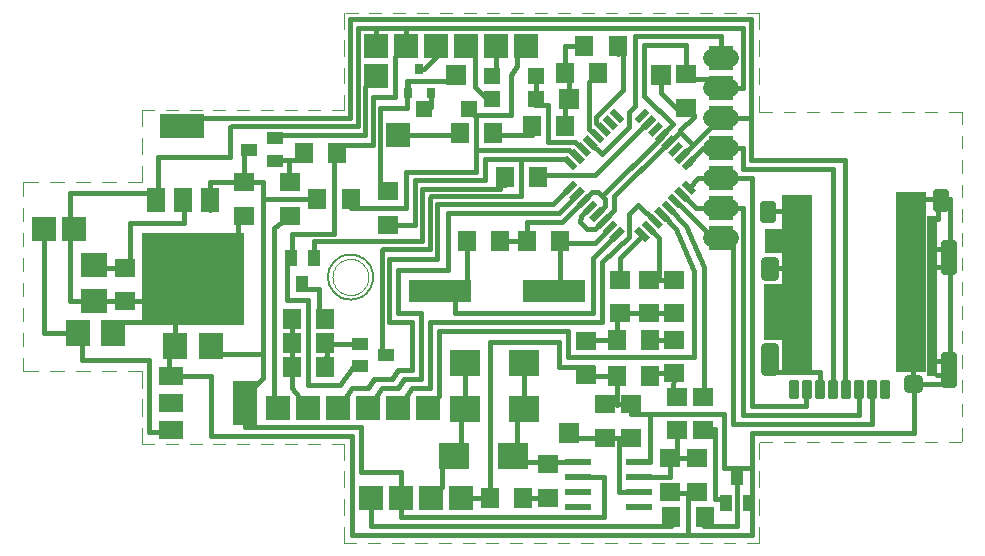
<source format=gtl>
G75*
G70*
%OFA0B0*%
%FSLAX24Y24*%
%IPPOS*%
%LPD*%
%AMOC8*
5,1,8,0,0,1.08239X$1,22.5*
%
%ADD10C,0.0000*%
%ADD11R,0.0800X0.0800*%
%ADD12R,0.3400X0.3100*%
%ADD13R,0.1000X0.6000*%
%ADD14R,0.0350X0.5350*%
%ADD15R,0.0800X0.1850*%
%ADD16R,0.0750X0.0800*%
%ADD17R,0.0700X0.0700*%
%ADD18R,0.0650X0.0700*%
%ADD19C,0.0070*%
%ADD20R,0.0500X0.0220*%
%ADD21R,0.0220X0.0500*%
%ADD22R,0.0790X0.0590*%
%ADD23R,0.0790X0.1500*%
%ADD24R,0.0590X0.0790*%
%ADD25R,0.1500X0.0790*%
%ADD26R,0.0866X0.0236*%
%ADD27R,0.2100X0.0760*%
%ADD28R,0.0551X0.0394*%
%ADD29R,0.0394X0.0551*%
%ADD30R,0.0310X0.0350*%
%ADD31R,0.0551X0.0551*%
%ADD32R,0.0630X0.0710*%
%ADD33R,0.0710X0.0630*%
%ADD34R,0.0709X0.0630*%
%ADD35R,0.0630X0.0709*%
%ADD36R,0.1024X0.0866*%
%ADD37C,0.0600*%
%ADD38OC8,0.0600*%
%ADD39R,0.0787X0.0866*%
%ADD40R,0.0866X0.0787*%
%ADD41C,0.0157*%
%ADD42C,0.0305*%
%ADD43C,0.0276*%
%ADD44C,0.0160*%
%ADD45C,0.0100*%
%ADD46R,0.0356X0.0356*%
%ADD47C,0.0240*%
D10*
X004050Y005187D02*
X004050Y005729D01*
X004050Y006122D02*
X004050Y006664D01*
X004050Y007058D02*
X004050Y007599D01*
X003575Y007599D01*
X003181Y007599D02*
X002706Y007599D01*
X002312Y007599D02*
X001837Y007599D01*
X001444Y007599D02*
X000969Y007599D01*
X000575Y007599D02*
X000100Y007599D01*
X000100Y008042D01*
X000100Y008436D02*
X000100Y008879D01*
X000100Y009273D02*
X000100Y009715D01*
X000100Y010109D02*
X000100Y010552D01*
X000100Y010946D02*
X000100Y011389D01*
X000100Y011782D02*
X000100Y012225D01*
X000100Y012619D02*
X000100Y013062D01*
X000100Y013456D02*
X000100Y013899D01*
X000575Y013899D01*
X000969Y013899D02*
X001444Y013899D01*
X001837Y013899D02*
X002312Y013899D01*
X002706Y013899D02*
X003181Y013899D01*
X003575Y013899D02*
X004050Y013899D01*
X004050Y014440D01*
X004050Y014834D02*
X004050Y015375D01*
X004050Y015769D02*
X004050Y016311D01*
X004449Y016311D01*
X004843Y016311D02*
X005242Y016311D01*
X005636Y016311D02*
X006035Y016311D01*
X006428Y016311D02*
X006828Y016311D01*
X007221Y016311D02*
X007621Y016311D01*
X008014Y016311D02*
X008414Y016311D01*
X008807Y016311D02*
X009207Y016311D01*
X009600Y016311D02*
X010000Y016311D01*
X010393Y016311D02*
X010793Y016311D01*
X010793Y016822D01*
X010793Y017216D02*
X010793Y017727D01*
X010793Y018121D02*
X010793Y018632D01*
X010793Y019026D02*
X010793Y019537D01*
X010843Y019560D02*
X011236Y019560D01*
X011630Y019560D02*
X012024Y019560D01*
X012417Y019560D02*
X012811Y019560D01*
X013205Y019560D02*
X013598Y019560D01*
X013992Y019560D02*
X014386Y019560D01*
X014780Y019560D02*
X015173Y019560D01*
X015567Y019560D02*
X015961Y019560D01*
X016354Y019560D02*
X016748Y019560D01*
X017142Y019560D02*
X017535Y019560D01*
X017929Y019560D02*
X018323Y019560D01*
X018717Y019560D02*
X019110Y019560D01*
X019504Y019560D02*
X019898Y019560D01*
X020291Y019560D02*
X020685Y019560D01*
X021079Y019560D02*
X021472Y019560D01*
X021866Y019560D02*
X022260Y019560D01*
X022654Y019560D02*
X023047Y019560D01*
X023441Y019560D02*
X023835Y019560D01*
X024228Y019560D02*
X024622Y019560D01*
X024622Y019025D01*
X024622Y018631D02*
X024622Y018096D01*
X024622Y017702D02*
X024622Y017167D01*
X024622Y016773D02*
X024622Y016238D01*
X024650Y016261D02*
X025043Y016261D01*
X025437Y016261D02*
X025831Y016261D01*
X026224Y016261D02*
X026618Y016261D01*
X027012Y016261D02*
X027406Y016261D01*
X027799Y016261D02*
X028193Y016261D01*
X028587Y016261D02*
X028980Y016261D01*
X029374Y016261D02*
X029768Y016261D01*
X030161Y016261D02*
X030555Y016261D01*
X030949Y016261D02*
X031343Y016261D01*
X031372Y016260D02*
X031372Y015842D01*
X031372Y015448D02*
X031372Y015030D01*
X031372Y014637D02*
X031372Y014218D01*
X031372Y013825D02*
X031372Y013406D01*
X031372Y013013D02*
X031372Y012595D01*
X031372Y012201D02*
X031372Y011783D01*
X031372Y011389D02*
X031372Y010971D01*
X031372Y010577D02*
X031372Y010159D01*
X031372Y009765D02*
X031372Y009347D01*
X031372Y008953D02*
X031372Y008535D01*
X031372Y008141D02*
X031372Y007723D01*
X031372Y007329D02*
X031372Y006911D01*
X031372Y006518D02*
X031372Y006099D01*
X031372Y005706D02*
X031372Y005288D01*
X031343Y005261D02*
X030949Y005261D01*
X030555Y005261D02*
X030161Y005261D01*
X029768Y005261D02*
X029374Y005261D01*
X028980Y005261D02*
X028587Y005261D01*
X028193Y005261D02*
X027799Y005261D01*
X027406Y005261D02*
X027012Y005261D01*
X026618Y005261D02*
X026224Y005261D01*
X025831Y005261D02*
X025437Y005261D01*
X025043Y005261D02*
X024650Y005261D01*
X024622Y005210D02*
X024622Y004675D01*
X024622Y004281D02*
X024622Y003746D01*
X024622Y003352D02*
X024622Y002817D01*
X024622Y002423D02*
X024622Y001888D01*
X024226Y001888D01*
X023832Y001888D02*
X023435Y001888D01*
X023042Y001888D02*
X022645Y001888D01*
X022252Y001888D02*
X021855Y001888D01*
X021461Y001888D02*
X021065Y001888D01*
X020671Y001888D02*
X020275Y001888D01*
X019881Y001888D02*
X019484Y001888D01*
X019091Y001888D02*
X018694Y001888D01*
X018301Y001888D02*
X017904Y001888D01*
X017510Y001888D02*
X017114Y001888D01*
X016720Y001888D02*
X016324Y001888D01*
X015930Y001888D02*
X015534Y001888D01*
X015140Y001888D02*
X014743Y001888D01*
X014350Y001888D02*
X013953Y001888D01*
X013560Y001888D02*
X013163Y001888D01*
X012769Y001888D02*
X012373Y001888D01*
X011979Y001888D02*
X011583Y001888D01*
X011189Y001888D02*
X010793Y001888D01*
X010793Y002417D01*
X010793Y002811D02*
X010793Y003340D01*
X010793Y003734D02*
X010793Y004264D01*
X010793Y004657D02*
X010793Y005187D01*
X010393Y005187D01*
X010000Y005187D02*
X009600Y005187D01*
X009207Y005187D02*
X008807Y005187D01*
X008414Y005187D02*
X008014Y005187D01*
X007621Y005187D02*
X007221Y005187D01*
X006828Y005187D02*
X006428Y005187D01*
X006035Y005187D02*
X005636Y005187D01*
X005242Y005187D02*
X004843Y005187D01*
X004449Y005187D02*
X004050Y005187D01*
X004750Y010745D02*
X004752Y010815D01*
X004758Y010885D01*
X004768Y010954D01*
X004781Y011023D01*
X004799Y011091D01*
X004820Y011158D01*
X004845Y011223D01*
X004874Y011287D01*
X004906Y011350D01*
X004942Y011410D01*
X004981Y011468D01*
X005023Y011524D01*
X005068Y011578D01*
X005116Y011629D01*
X005167Y011677D01*
X005221Y011722D01*
X005277Y011764D01*
X005335Y011803D01*
X005395Y011839D01*
X005458Y011871D01*
X005522Y011900D01*
X005587Y011925D01*
X005654Y011946D01*
X005722Y011964D01*
X005791Y011977D01*
X005860Y011987D01*
X005930Y011993D01*
X006000Y011995D01*
X006070Y011993D01*
X006140Y011987D01*
X006209Y011977D01*
X006278Y011964D01*
X006346Y011946D01*
X006413Y011925D01*
X006478Y011900D01*
X006542Y011871D01*
X006605Y011839D01*
X006665Y011803D01*
X006723Y011764D01*
X006779Y011722D01*
X006833Y011677D01*
X006884Y011629D01*
X006932Y011578D01*
X006977Y011524D01*
X007019Y011468D01*
X007058Y011410D01*
X007094Y011350D01*
X007126Y011287D01*
X007155Y011223D01*
X007180Y011158D01*
X007201Y011091D01*
X007219Y011023D01*
X007232Y010954D01*
X007242Y010885D01*
X007248Y010815D01*
X007250Y010745D01*
X007248Y010675D01*
X007242Y010605D01*
X007232Y010536D01*
X007219Y010467D01*
X007201Y010399D01*
X007180Y010332D01*
X007155Y010267D01*
X007126Y010203D01*
X007094Y010140D01*
X007058Y010080D01*
X007019Y010022D01*
X006977Y009966D01*
X006932Y009912D01*
X006884Y009861D01*
X006833Y009813D01*
X006779Y009768D01*
X006723Y009726D01*
X006665Y009687D01*
X006605Y009651D01*
X006542Y009619D01*
X006478Y009590D01*
X006413Y009565D01*
X006346Y009544D01*
X006278Y009526D01*
X006209Y009513D01*
X006140Y009503D01*
X006070Y009497D01*
X006000Y009495D01*
X005930Y009497D01*
X005860Y009503D01*
X005791Y009513D01*
X005722Y009526D01*
X005654Y009544D01*
X005587Y009565D01*
X005522Y009590D01*
X005458Y009619D01*
X005395Y009651D01*
X005335Y009687D01*
X005277Y009726D01*
X005221Y009768D01*
X005167Y009813D01*
X005116Y009861D01*
X005068Y009912D01*
X005023Y009966D01*
X004981Y010022D01*
X004942Y010080D01*
X004906Y010140D01*
X004874Y010203D01*
X004845Y010267D01*
X004820Y010332D01*
X004799Y010399D01*
X004781Y010467D01*
X004768Y010536D01*
X004758Y010605D01*
X004752Y010675D01*
X004750Y010745D01*
X010400Y010745D02*
X010402Y010794D01*
X010408Y010842D01*
X010418Y010890D01*
X010432Y010937D01*
X010449Y010983D01*
X010470Y011027D01*
X010495Y011069D01*
X010523Y011109D01*
X010555Y011147D01*
X010589Y011182D01*
X010626Y011214D01*
X010665Y011243D01*
X010707Y011269D01*
X010751Y011291D01*
X010796Y011309D01*
X010843Y011324D01*
X010890Y011335D01*
X010939Y011342D01*
X010988Y011345D01*
X011037Y011344D01*
X011085Y011339D01*
X011134Y011330D01*
X011181Y011317D01*
X011227Y011300D01*
X011271Y011280D01*
X011314Y011256D01*
X011355Y011229D01*
X011393Y011198D01*
X011429Y011165D01*
X011461Y011129D01*
X011491Y011090D01*
X011518Y011049D01*
X011541Y011005D01*
X011560Y010960D01*
X011576Y010914D01*
X011588Y010867D01*
X011596Y010818D01*
X011600Y010769D01*
X011600Y010721D01*
X011596Y010672D01*
X011588Y010623D01*
X011576Y010576D01*
X011560Y010530D01*
X011541Y010485D01*
X011518Y010441D01*
X011491Y010400D01*
X011461Y010361D01*
X011429Y010325D01*
X011393Y010292D01*
X011355Y010261D01*
X011314Y010234D01*
X011271Y010210D01*
X011227Y010190D01*
X011181Y010173D01*
X011134Y010160D01*
X011085Y010151D01*
X011037Y010146D01*
X010988Y010145D01*
X010939Y010148D01*
X010890Y010155D01*
X010843Y010166D01*
X010796Y010181D01*
X010751Y010199D01*
X010707Y010221D01*
X010665Y010247D01*
X010626Y010276D01*
X010589Y010308D01*
X010555Y010343D01*
X010523Y010381D01*
X010495Y010421D01*
X010470Y010463D01*
X010449Y010507D01*
X010432Y010553D01*
X010418Y010600D01*
X010408Y010648D01*
X010402Y010696D01*
X010400Y010745D01*
D11*
X010600Y006395D03*
X009600Y006395D03*
X008600Y006395D03*
X011600Y006395D03*
X012600Y006395D03*
X013600Y006395D03*
X013700Y003395D03*
X012700Y003395D03*
X011700Y003395D03*
X014700Y003395D03*
X023350Y012045D03*
X023350Y013045D03*
X023350Y014045D03*
X023350Y015045D03*
X023350Y016045D03*
X023350Y017045D03*
X023350Y018045D03*
X016850Y018445D03*
X015850Y018445D03*
X014850Y018445D03*
X013850Y018445D03*
X012850Y018445D03*
X011850Y018445D03*
X011850Y017445D03*
X012600Y015495D03*
X001800Y012345D03*
X000800Y012345D03*
D12*
X005750Y010695D03*
D13*
X025900Y010495D03*
X029700Y010595D03*
D14*
X030375Y010120D03*
X025575Y010220D03*
D15*
X025200Y009570D03*
D16*
X025175Y011945D03*
D17*
X018300Y016695D03*
X021350Y017495D03*
X018300Y005545D03*
D18*
X014525Y017495D03*
D19*
X010250Y010745D02*
X010252Y010799D01*
X010258Y010853D01*
X010268Y010906D01*
X010281Y010959D01*
X010298Y011010D01*
X010319Y011060D01*
X010344Y011108D01*
X010372Y011155D01*
X010403Y011199D01*
X010437Y011241D01*
X010474Y011280D01*
X010514Y011317D01*
X010557Y011350D01*
X010602Y011381D01*
X010649Y011408D01*
X010697Y011431D01*
X010748Y011451D01*
X010799Y011468D01*
X010852Y011480D01*
X010905Y011489D01*
X010959Y011494D01*
X011014Y011495D01*
X011068Y011492D01*
X011121Y011485D01*
X011174Y011474D01*
X011227Y011460D01*
X011278Y011442D01*
X011327Y011420D01*
X011375Y011395D01*
X011421Y011366D01*
X011465Y011334D01*
X011506Y011299D01*
X011544Y011261D01*
X011580Y011220D01*
X011613Y011177D01*
X011643Y011132D01*
X011669Y011084D01*
X011692Y011035D01*
X011711Y010984D01*
X011726Y010933D01*
X011738Y010880D01*
X011746Y010826D01*
X011750Y010772D01*
X011750Y010718D01*
X011746Y010664D01*
X011738Y010610D01*
X011726Y010557D01*
X011711Y010506D01*
X011692Y010455D01*
X011669Y010406D01*
X011643Y010358D01*
X011613Y010313D01*
X011580Y010270D01*
X011544Y010229D01*
X011506Y010191D01*
X011465Y010156D01*
X011421Y010124D01*
X011375Y010095D01*
X011327Y010070D01*
X011278Y010048D01*
X011227Y010030D01*
X011174Y010016D01*
X011121Y010005D01*
X011068Y009998D01*
X011014Y009995D01*
X010959Y009996D01*
X010905Y010001D01*
X010852Y010010D01*
X010799Y010022D01*
X010748Y010039D01*
X010697Y010059D01*
X010649Y010082D01*
X010602Y010109D01*
X010557Y010140D01*
X010514Y010173D01*
X010474Y010210D01*
X010437Y010249D01*
X010403Y010291D01*
X010372Y010335D01*
X010344Y010382D01*
X010319Y010430D01*
X010298Y010480D01*
X010281Y010531D01*
X010268Y010584D01*
X010258Y010637D01*
X010252Y010691D01*
X010250Y010745D01*
D20*
G36*
X018580Y013827D02*
X018228Y013475D01*
X018072Y013631D01*
X018424Y013983D01*
X018580Y013827D01*
G37*
G36*
X018802Y013604D02*
X018450Y013252D01*
X018294Y013408D01*
X018646Y013760D01*
X018802Y013604D01*
G37*
G36*
X019025Y013382D02*
X018673Y013030D01*
X018517Y013186D01*
X018869Y013538D01*
X019025Y013382D01*
G37*
G36*
X019248Y013159D02*
X018896Y012807D01*
X018740Y012963D01*
X019092Y013315D01*
X019248Y013159D01*
G37*
G36*
X019470Y012936D02*
X019118Y012584D01*
X018962Y012740D01*
X019314Y013092D01*
X019470Y012936D01*
G37*
G36*
X019693Y012714D02*
X019341Y012362D01*
X019185Y012518D01*
X019537Y012870D01*
X019693Y012714D01*
G37*
G36*
X019916Y012491D02*
X019564Y012139D01*
X019408Y012295D01*
X019760Y012647D01*
X019916Y012491D01*
G37*
G36*
X020138Y012268D02*
X019786Y011916D01*
X019630Y012072D01*
X019982Y012424D01*
X020138Y012268D01*
G37*
G36*
X022528Y014658D02*
X022176Y014306D01*
X022020Y014462D01*
X022372Y014814D01*
X022528Y014658D01*
G37*
G36*
X022306Y014881D02*
X021954Y014529D01*
X021798Y014685D01*
X022150Y015037D01*
X022306Y014881D01*
G37*
G36*
X022083Y015104D02*
X021731Y014752D01*
X021575Y014908D01*
X021927Y015260D01*
X022083Y015104D01*
G37*
G36*
X021860Y015326D02*
X021508Y014974D01*
X021352Y015130D01*
X021704Y015482D01*
X021860Y015326D01*
G37*
G36*
X021638Y015549D02*
X021286Y015197D01*
X021130Y015353D01*
X021482Y015705D01*
X021638Y015549D01*
G37*
G36*
X021415Y015772D02*
X021063Y015420D01*
X020907Y015576D01*
X021259Y015928D01*
X021415Y015772D01*
G37*
G36*
X021192Y015994D02*
X020840Y015642D01*
X020684Y015798D01*
X021036Y016150D01*
X021192Y015994D01*
G37*
G36*
X020970Y016217D02*
X020618Y015865D01*
X020462Y016021D01*
X020814Y016373D01*
X020970Y016217D01*
G37*
D21*
G36*
X020138Y016021D02*
X019982Y015865D01*
X019630Y016217D01*
X019786Y016373D01*
X020138Y016021D01*
G37*
G36*
X019916Y015798D02*
X019760Y015642D01*
X019408Y015994D01*
X019564Y016150D01*
X019916Y015798D01*
G37*
G36*
X019693Y015576D02*
X019537Y015420D01*
X019185Y015772D01*
X019341Y015928D01*
X019693Y015576D01*
G37*
G36*
X019470Y015353D02*
X019314Y015197D01*
X018962Y015549D01*
X019118Y015705D01*
X019470Y015353D01*
G37*
G36*
X019248Y015130D02*
X019092Y014974D01*
X018740Y015326D01*
X018896Y015482D01*
X019248Y015130D01*
G37*
G36*
X019025Y014908D02*
X018869Y014752D01*
X018517Y015104D01*
X018673Y015260D01*
X019025Y014908D01*
G37*
G36*
X018802Y014685D02*
X018646Y014529D01*
X018294Y014881D01*
X018450Y015037D01*
X018802Y014685D01*
G37*
G36*
X018580Y014462D02*
X018424Y014306D01*
X018072Y014658D01*
X018228Y014814D01*
X018580Y014462D01*
G37*
G36*
X021415Y012518D02*
X021259Y012362D01*
X020907Y012714D01*
X021063Y012870D01*
X021415Y012518D01*
G37*
G36*
X021638Y012740D02*
X021482Y012584D01*
X021130Y012936D01*
X021286Y013092D01*
X021638Y012740D01*
G37*
G36*
X021860Y012963D02*
X021704Y012807D01*
X021352Y013159D01*
X021508Y013315D01*
X021860Y012963D01*
G37*
G36*
X022083Y013186D02*
X021927Y013030D01*
X021575Y013382D01*
X021731Y013538D01*
X022083Y013186D01*
G37*
G36*
X022306Y013408D02*
X022150Y013252D01*
X021798Y013604D01*
X021954Y013760D01*
X022306Y013408D01*
G37*
G36*
X022528Y013631D02*
X022372Y013475D01*
X022020Y013827D01*
X022176Y013983D01*
X022528Y013631D01*
G37*
G36*
X021192Y012295D02*
X021036Y012139D01*
X020684Y012491D01*
X020840Y012647D01*
X021192Y012295D01*
G37*
G36*
X020970Y012072D02*
X020814Y011916D01*
X020462Y012268D01*
X020618Y012424D01*
X020970Y012072D01*
G37*
D22*
X005010Y007435D03*
X005010Y006535D03*
X005010Y005635D03*
D23*
X007490Y006545D03*
D24*
X006310Y013305D03*
X005410Y013305D03*
X004510Y013305D03*
D25*
X005400Y015785D03*
D26*
X018576Y004595D03*
X018576Y004095D03*
X018576Y003595D03*
X018576Y003095D03*
X020624Y003095D03*
X020624Y003595D03*
X020624Y004095D03*
X020624Y004595D03*
D27*
X017800Y010295D03*
X014000Y010295D03*
D28*
X011317Y008519D03*
X012183Y008145D03*
X011317Y007771D03*
X008483Y014621D03*
X007617Y014995D03*
X008483Y015369D03*
D29*
X009026Y011378D03*
X009774Y011378D03*
X009400Y010512D03*
X023526Y003212D03*
X024274Y003212D03*
X023900Y004078D03*
D30*
X013670Y016895D03*
X012910Y016895D03*
X013290Y017695D03*
D31*
X013452Y016345D03*
X014948Y016345D03*
X015702Y016695D03*
X015702Y017445D03*
X017198Y017445D03*
X017198Y016695D03*
D32*
X017040Y015795D03*
X018160Y015795D03*
X018140Y017545D03*
X019260Y017545D03*
X018790Y018445D03*
X019910Y018445D03*
X017260Y014095D03*
X016140Y014095D03*
X011010Y013345D03*
X009890Y013345D03*
X009440Y014895D03*
X010560Y014895D03*
X010160Y009345D03*
X010160Y008545D03*
X009040Y008545D03*
X009040Y009345D03*
X015640Y003395D03*
X016760Y003395D03*
X021690Y002745D03*
X022810Y002745D03*
D33*
X022550Y003585D03*
X022550Y004704D03*
X022750Y005635D03*
X021900Y005635D03*
X020350Y005385D03*
X020350Y006504D03*
X021900Y006754D03*
X021800Y007535D03*
X022750Y006754D03*
X021800Y008654D03*
X021800Y009535D03*
X020950Y009535D03*
X020000Y009535D03*
X020000Y010654D03*
X020950Y010654D03*
X021800Y010654D03*
X012250Y012485D03*
X012250Y013604D03*
X009000Y013904D03*
X009000Y012785D03*
D34*
X007450Y012793D03*
X007450Y013896D03*
X003500Y011046D03*
X003500Y009943D03*
X017600Y004496D03*
X017600Y003393D03*
X019500Y005393D03*
X019500Y006496D03*
X018850Y007493D03*
X018850Y008596D03*
X021650Y004696D03*
X021650Y003593D03*
X022200Y016393D03*
X022200Y017496D03*
D35*
X015751Y015545D03*
X014649Y015545D03*
X014899Y011945D03*
X016001Y011945D03*
X016899Y011945D03*
X018001Y011945D03*
X019899Y008645D03*
X021001Y008645D03*
X021001Y007445D03*
X019899Y007445D03*
X010151Y007745D03*
X009049Y007745D03*
D36*
X014466Y004795D03*
X014816Y006345D03*
X016784Y006345D03*
X016784Y007895D03*
X014816Y007895D03*
X016434Y004795D03*
D37*
X023050Y012045D02*
X023650Y012045D01*
X023650Y013045D02*
X023050Y013045D01*
X023050Y014045D02*
X023650Y014045D01*
X023650Y015045D02*
X023050Y015045D01*
X023050Y016045D02*
X023650Y016045D01*
X023650Y017045D02*
X023050Y017045D01*
X023050Y018045D02*
X023650Y018045D01*
D38*
X016850Y018445D03*
X015850Y018445D03*
X014850Y018445D03*
X013850Y018445D03*
X012850Y018445D03*
X011850Y018445D03*
X011850Y017445D03*
X012600Y015495D03*
X001800Y012345D03*
X000800Y012345D03*
X008600Y006395D03*
X009600Y006395D03*
X010600Y006395D03*
X011600Y006395D03*
X012600Y006395D03*
X013600Y006395D03*
X013700Y003395D03*
X012700Y003395D03*
X011700Y003395D03*
X014700Y003395D03*
D39*
X006341Y008445D03*
X005159Y008445D03*
X003091Y008895D03*
X001909Y008895D03*
D40*
X002450Y009954D03*
X002450Y011135D03*
D41*
X025689Y007253D02*
X025847Y007253D01*
X025847Y006779D01*
X025689Y006779D01*
X025689Y007253D01*
X025689Y006935D02*
X025847Y006935D01*
X025847Y007091D02*
X025689Y007091D01*
X025689Y007247D02*
X025847Y007247D01*
X026122Y007253D02*
X026280Y007253D01*
X026280Y006779D01*
X026122Y006779D01*
X026122Y007253D01*
X026122Y006935D02*
X026280Y006935D01*
X026280Y007091D02*
X026122Y007091D01*
X026122Y007247D02*
X026280Y007247D01*
X026555Y007253D02*
X026713Y007253D01*
X026713Y006779D01*
X026555Y006779D01*
X026555Y007253D01*
X026555Y006935D02*
X026713Y006935D01*
X026713Y007091D02*
X026555Y007091D01*
X026555Y007247D02*
X026713Y007247D01*
X026988Y007253D02*
X027146Y007253D01*
X027146Y006779D01*
X026988Y006779D01*
X026988Y007253D01*
X026988Y006935D02*
X027146Y006935D01*
X027146Y007091D02*
X026988Y007091D01*
X026988Y007247D02*
X027146Y007247D01*
X027421Y007253D02*
X027579Y007253D01*
X027579Y006779D01*
X027421Y006779D01*
X027421Y007253D01*
X027421Y006935D02*
X027579Y006935D01*
X027579Y007091D02*
X027421Y007091D01*
X027421Y007247D02*
X027579Y007247D01*
X027854Y007253D02*
X028012Y007253D01*
X028012Y006779D01*
X027854Y006779D01*
X027854Y007253D01*
X027854Y006935D02*
X028012Y006935D01*
X028012Y007091D02*
X027854Y007091D01*
X027854Y007247D02*
X028012Y007247D01*
X028287Y007253D02*
X028445Y007253D01*
X028445Y006779D01*
X028287Y006779D01*
X028287Y007253D01*
X028287Y006935D02*
X028445Y006935D01*
X028445Y007091D02*
X028287Y007091D01*
X028287Y007247D02*
X028445Y007247D01*
X028720Y006779D02*
X028878Y006779D01*
X028720Y006779D02*
X028720Y007253D01*
X028878Y007253D01*
X028878Y006779D01*
X028878Y006935D02*
X028720Y006935D01*
X028720Y007091D02*
X028878Y007091D01*
X028878Y007247D02*
X028720Y007247D01*
D42*
X029581Y007356D02*
X029907Y007356D01*
X029907Y007050D01*
X029581Y007050D01*
X029581Y007356D01*
X029581Y007354D02*
X029907Y007354D01*
X025108Y008399D02*
X024802Y008399D01*
X025108Y008399D02*
X025108Y007601D01*
X024802Y007601D01*
X024802Y008399D01*
X024802Y007905D02*
X025108Y007905D01*
X025108Y008209D02*
X024802Y008209D01*
X024802Y011293D02*
X025108Y011293D01*
X025108Y010771D01*
X024802Y010771D01*
X024802Y011293D01*
X024802Y011075D02*
X025108Y011075D01*
D43*
X025062Y013138D02*
X024788Y013138D01*
X025062Y013138D02*
X025062Y012666D01*
X024788Y012666D01*
X024788Y013138D01*
X024788Y012941D02*
X025062Y012941D01*
X030536Y013532D02*
X030810Y013532D01*
X030810Y013060D01*
X030536Y013060D01*
X030536Y013532D01*
X030536Y013335D02*
X030810Y013335D01*
X030812Y011858D02*
X031086Y011858D01*
X031086Y010954D01*
X030812Y010954D01*
X030812Y011858D01*
X030812Y011229D02*
X031086Y011229D01*
X031086Y011504D02*
X030812Y011504D01*
X030812Y011779D02*
X031086Y011779D01*
X031086Y008098D02*
X030812Y008098D01*
X031086Y008098D02*
X031086Y007194D01*
X030812Y007194D01*
X030812Y008098D01*
X030812Y007469D02*
X031086Y007469D01*
X031086Y007744D02*
X030812Y007744D01*
X030812Y008019D02*
X031086Y008019D01*
D44*
X030850Y007945D02*
X030600Y007945D01*
X030550Y007495D02*
X030850Y007495D01*
X031000Y007195D02*
X031000Y013345D01*
X030100Y013345D01*
X030600Y012995D02*
X030600Y012695D01*
X030550Y011695D02*
X030850Y011695D01*
X030750Y011095D02*
X030600Y011095D01*
X027100Y014045D02*
X027100Y014345D01*
X024100Y014345D01*
X024100Y015045D01*
X023350Y015045D01*
X022750Y015045D01*
X022274Y014569D01*
X022052Y014783D02*
X023314Y016045D01*
X023350Y016045D02*
X024350Y016045D01*
X024350Y014645D01*
X027500Y014645D01*
X027500Y007045D01*
X027100Y006995D02*
X027100Y014045D01*
X025650Y012945D02*
X025650Y012895D01*
X025650Y012945D02*
X025150Y012945D01*
X024100Y013045D02*
X024100Y006145D01*
X027933Y006145D01*
X027950Y006145D02*
X027950Y006995D01*
X028400Y006945D02*
X028400Y005845D01*
X028366Y005845D02*
X023750Y005845D01*
X023750Y011045D01*
X023750Y012045D01*
X023350Y012045D01*
X023100Y012045D01*
X021850Y013295D01*
X022052Y013506D02*
X022514Y013045D01*
X023350Y013045D01*
X024000Y013045D01*
X024100Y013045D01*
X024400Y014045D02*
X023350Y014045D01*
X022590Y014045D01*
X022274Y013729D01*
X021606Y013061D02*
X021606Y013038D01*
X022200Y012445D01*
X022800Y011095D01*
X022800Y006695D01*
X022750Y006754D01*
X021900Y006754D02*
X021750Y006904D01*
X021800Y007535D01*
X021051Y007535D01*
X021001Y007445D01*
X019900Y007443D02*
X019899Y007445D01*
X018800Y007445D01*
X018850Y007493D01*
X019100Y007745D01*
X017950Y007745D01*
X017950Y008595D01*
X015650Y008595D01*
X015650Y003395D01*
X015640Y003395D01*
X014700Y003395D01*
X014050Y003745D02*
X013700Y003395D01*
X014050Y003745D02*
X014050Y004795D01*
X014600Y004795D01*
X014466Y004795D01*
X014700Y005029D01*
X014700Y006245D01*
X014800Y006345D01*
X014816Y006345D01*
X014816Y007895D01*
X013650Y007045D02*
X013050Y007045D01*
X012600Y006395D01*
X012600Y007045D02*
X012050Y007045D01*
X011600Y006395D01*
X011600Y007045D02*
X011050Y007045D01*
X010600Y006395D01*
X010650Y007145D02*
X009600Y007145D01*
X009600Y009995D01*
X008900Y009995D01*
X008900Y011352D01*
X009026Y011378D01*
X009050Y011402D01*
X009050Y012195D01*
X010450Y012195D01*
X010450Y014195D01*
X010460Y014995D01*
X010560Y014895D01*
X010600Y015104D01*
X010800Y015145D01*
X011750Y015145D01*
X011750Y016745D01*
X012500Y016745D01*
X012500Y018095D01*
X012850Y018445D01*
X012850Y019045D01*
X011850Y019045D01*
X011850Y018445D01*
X011850Y019045D02*
X011250Y019045D01*
X011250Y015795D01*
X007050Y015795D01*
X007000Y015745D01*
X007000Y014895D01*
X007000Y014745D01*
X004600Y014745D01*
X004600Y013545D01*
X004510Y013305D01*
X004600Y013545D02*
X001650Y013545D01*
X001650Y012345D01*
X001800Y012345D01*
X001650Y012345D02*
X001650Y009954D01*
X002450Y009954D01*
X003409Y009954D01*
X003450Y010045D01*
X003500Y009943D01*
X004349Y009943D01*
X004350Y009595D01*
X004350Y009245D01*
X004350Y009235D01*
X005159Y009235D01*
X005159Y008445D01*
X005159Y008495D01*
X004950Y008495D01*
X004950Y007435D01*
X005010Y007435D01*
X006350Y007445D01*
X006350Y005445D01*
X011050Y005445D01*
X011050Y002145D01*
X022250Y002145D01*
X022250Y003595D01*
X022540Y003595D01*
X022550Y003585D01*
X022500Y003585D01*
X022500Y003545D01*
X021650Y003545D01*
X021650Y003593D01*
X021650Y004095D02*
X021650Y004696D01*
X021750Y004696D01*
X021750Y004845D01*
X021900Y004845D01*
X021900Y004795D01*
X021900Y005635D01*
X022750Y005635D02*
X022750Y005695D01*
X023150Y005695D01*
X023150Y003345D01*
X023500Y003345D01*
X023500Y003212D01*
X023550Y003212D01*
X023526Y003212D01*
X022810Y002745D02*
X022800Y002645D01*
X022800Y002445D01*
X023900Y002445D01*
X023900Y004078D01*
X023450Y004395D02*
X024400Y004395D01*
X024400Y003045D01*
X024324Y003045D01*
X024274Y003212D01*
X024400Y003045D02*
X024400Y002145D01*
X022250Y002145D01*
X021690Y002445D02*
X021690Y002745D01*
X021690Y002445D02*
X011750Y002445D01*
X011700Y002445D01*
X011700Y003395D01*
X012700Y003395D02*
X012700Y002745D01*
X019450Y002745D01*
X019450Y004095D01*
X018576Y004095D01*
X018576Y004595D02*
X017250Y004595D01*
X017600Y004496D01*
X017250Y004595D02*
X016650Y004595D01*
X016550Y004695D01*
X016550Y006345D01*
X016784Y006345D01*
X016784Y007895D01*
X016934Y007895D01*
X018250Y008095D02*
X018250Y008945D01*
X013950Y008945D01*
X013950Y006795D01*
X013600Y006395D01*
X013650Y007045D02*
X013650Y009245D01*
X019400Y009245D01*
X019400Y011245D01*
X020300Y012095D01*
X020300Y012845D01*
X020600Y013145D01*
X021161Y012616D01*
X021384Y012838D02*
X021850Y012345D01*
X022450Y010945D01*
X022450Y008095D01*
X018250Y008095D01*
X018850Y008596D02*
X019050Y008645D01*
X019899Y008645D01*
X019899Y009735D01*
X020000Y009535D01*
X020950Y009535D01*
X021800Y009535D01*
X021800Y008654D02*
X021051Y008654D01*
X021001Y008645D01*
X019900Y007443D02*
X019900Y006495D01*
X019899Y006496D01*
X019500Y006496D01*
X020341Y006496D01*
X020350Y006504D01*
X020350Y006195D01*
X021000Y006195D01*
X021000Y004595D01*
X020624Y004595D01*
X020624Y004095D02*
X021650Y004095D01*
X021650Y004696D02*
X022550Y004696D01*
X022550Y004704D01*
X023450Y004395D02*
X023450Y006195D01*
X021000Y006195D01*
X020350Y005393D02*
X020350Y005385D01*
X019800Y005385D01*
X019800Y005395D01*
X019950Y005395D01*
X018300Y005395D01*
X018300Y005545D01*
X019500Y005393D02*
X020350Y005393D01*
X019950Y005395D02*
X019950Y003595D01*
X020624Y003595D01*
X019950Y005395D02*
X019500Y005393D01*
X017600Y003393D02*
X016760Y003395D01*
X016650Y004595D02*
X016284Y004595D01*
X016434Y004745D01*
X016434Y004795D01*
X013350Y007345D02*
X012800Y007345D01*
X012600Y007045D01*
X012400Y007345D02*
X011800Y007345D01*
X011600Y007045D01*
X011317Y007771D02*
X011150Y007695D01*
X011100Y007745D01*
X010650Y007145D01*
X010151Y007745D02*
X010251Y008495D01*
X010225Y008519D01*
X011317Y008519D01*
X012050Y008145D02*
X012050Y011245D01*
X012050Y011645D01*
X012100Y011695D01*
X013650Y011695D01*
X013650Y013395D01*
X013700Y013445D01*
X016700Y013445D01*
X016700Y014685D01*
X016700Y014695D01*
X015500Y014695D01*
X015500Y013995D01*
X013150Y013995D01*
X013150Y013895D01*
X013150Y012485D01*
X012250Y012485D01*
X012850Y013045D02*
X011010Y013045D01*
X011010Y013345D01*
X009890Y013345D02*
X008100Y013345D01*
X008100Y013896D01*
X007450Y013896D01*
X006310Y013896D01*
X006310Y013305D01*
X006310Y012995D01*
X006352Y013345D01*
X006310Y013305D02*
X006350Y013265D01*
X006310Y013305D02*
X006300Y013595D01*
X005410Y013305D02*
X005450Y012995D01*
X005450Y012545D01*
X003700Y012545D01*
X003650Y012545D01*
X003650Y011845D01*
X003650Y011045D01*
X003500Y011046D01*
X002311Y011046D01*
X002450Y011135D01*
X000800Y012145D02*
X000800Y012345D01*
X000800Y012145D02*
X000800Y008895D01*
X001909Y008895D01*
X002050Y009045D01*
X002050Y007995D01*
X004300Y007995D01*
X004300Y005595D01*
X005010Y005595D01*
X005010Y005635D01*
X007300Y006545D02*
X007490Y006545D01*
X007300Y006545D01*
X007300Y006595D01*
X007350Y006645D02*
X008100Y007395D01*
X008100Y007845D01*
X008100Y008195D01*
X007750Y008195D01*
X006400Y008195D01*
X006341Y008195D01*
X006341Y008445D01*
X005010Y007435D02*
X005010Y007385D01*
X003091Y008895D02*
X003100Y009245D01*
X004350Y009245D01*
X004350Y009235D01*
X004350Y009245D01*
X004350Y009595D01*
X004350Y012145D01*
X007250Y012145D02*
X007250Y012796D01*
X007450Y012793D01*
X008100Y012843D02*
X008100Y013345D01*
X008100Y012843D02*
X008100Y008195D01*
X009040Y008153D02*
X009049Y007745D01*
X009049Y007046D01*
X009600Y006395D01*
X008600Y006395D02*
X008450Y006545D01*
X008450Y010445D01*
X008450Y012385D01*
X009000Y012785D01*
X009774Y011945D02*
X009774Y011378D01*
X009774Y011945D02*
X013400Y011945D01*
X013400Y013695D01*
X016000Y013695D01*
X016000Y013821D01*
X016166Y013821D01*
X016140Y014095D01*
X016700Y014685D02*
X018201Y014685D01*
X018326Y014560D01*
X018512Y014783D02*
X018300Y014995D01*
X015850Y014995D01*
X015200Y014995D01*
X015200Y016095D01*
X015036Y016282D01*
X015173Y016145D01*
X016350Y016145D01*
X016350Y017495D01*
X016550Y017795D01*
X016550Y018145D01*
X016850Y018445D01*
X015850Y018445D02*
X015850Y017493D01*
X015702Y017445D01*
X015150Y017095D02*
X015150Y018145D01*
X014850Y018445D01*
X013850Y018445D02*
X013850Y018095D01*
X013450Y017695D01*
X013290Y017695D01*
X012910Y017295D02*
X012900Y017295D01*
X014550Y017295D01*
X014550Y017495D01*
X015150Y017095D02*
X015500Y016745D01*
X015702Y016695D01*
X015200Y016095D02*
X015036Y016282D01*
X014850Y016495D01*
X014948Y016345D01*
X014850Y016495D01*
X015036Y016282D01*
X014649Y015545D02*
X014599Y015495D01*
X012600Y015495D01*
X012850Y016395D02*
X012000Y016395D01*
X012000Y013804D01*
X012250Y013604D01*
X012850Y013045D02*
X012850Y014245D01*
X015200Y014245D01*
X015200Y014995D01*
X015751Y015545D02*
X015801Y015495D01*
X017050Y015495D01*
X017190Y015635D01*
X017040Y015795D01*
X017600Y015245D02*
X017600Y016495D01*
X017148Y016495D01*
X017198Y016695D01*
X017198Y016795D01*
X017198Y017445D01*
X018140Y017545D02*
X018300Y017645D01*
X018300Y016695D01*
X018160Y016695D01*
X018160Y015795D01*
X018500Y015245D02*
X017600Y015245D01*
X018500Y015245D02*
X018739Y015006D01*
X018771Y015006D01*
X018994Y015228D02*
X019377Y014845D01*
X019400Y014845D01*
X020300Y015745D01*
X020300Y016245D01*
X020500Y016445D01*
X020500Y018795D01*
X023350Y018795D01*
X023350Y018045D01*
X023350Y017345D02*
X022200Y017345D01*
X022200Y017496D01*
X022200Y018495D01*
X020800Y018495D01*
X020800Y016795D01*
X021750Y015845D01*
X021384Y015478D01*
X021384Y015451D01*
X021384Y015428D01*
X019400Y013445D01*
X019500Y013345D01*
X019500Y013122D01*
X019216Y012838D01*
X018994Y013061D02*
X018700Y012795D01*
X018650Y012595D01*
X018900Y012345D01*
X019150Y012345D01*
X019439Y012616D01*
X019800Y012976D01*
X019800Y013445D01*
X021584Y015228D01*
X021606Y015228D01*
X021973Y015595D01*
X022000Y015595D01*
X022000Y015645D01*
X022450Y016095D01*
X022450Y016145D01*
X022449Y016145D01*
X022200Y016393D01*
X022050Y016195D01*
X021350Y016895D01*
X021350Y017495D01*
X020100Y017845D02*
X020100Y018345D01*
X019910Y018195D01*
X019910Y018445D01*
X020100Y017845D02*
X020100Y016995D01*
X019200Y016095D01*
X019200Y015895D01*
X019421Y015674D01*
X019439Y015674D01*
X019216Y015451D02*
X019194Y015451D01*
X018950Y015695D01*
X018950Y017235D01*
X019260Y017545D01*
X018140Y017545D02*
X018140Y018445D01*
X018790Y018445D01*
X020902Y015896D02*
X019150Y014145D01*
X017260Y014145D01*
X017260Y014095D01*
X017750Y013195D02*
X013900Y013195D01*
X013900Y011345D01*
X012300Y011345D01*
X012300Y009245D01*
X013050Y009245D01*
X013050Y007645D01*
X012600Y007645D01*
X012400Y007345D01*
X013350Y007345D02*
X013350Y009545D01*
X012600Y009545D01*
X012600Y010995D01*
X014250Y010995D01*
X014250Y012895D01*
X017950Y012895D01*
X018548Y013493D01*
X018548Y013506D01*
X018739Y013284D02*
X018050Y012595D01*
X016900Y012595D01*
X016899Y012443D01*
X016899Y011945D01*
X016001Y011945D01*
X014899Y011945D02*
X014899Y010284D01*
X014476Y010311D01*
X014000Y010295D01*
X014476Y010311D02*
X014500Y009545D01*
X019100Y009545D01*
X019100Y010245D01*
X019100Y010895D01*
X019100Y011395D01*
X019300Y011595D01*
X019876Y012170D01*
X019884Y012170D01*
X019662Y012393D02*
X019648Y012393D01*
X019150Y011895D01*
X018700Y011895D01*
X017851Y011895D01*
X018001Y011945D01*
X018001Y010296D01*
X017800Y010295D01*
X018100Y010295D01*
X018250Y010345D01*
X020000Y010654D02*
X020000Y011395D01*
X020750Y012145D01*
X020700Y012145D01*
X020716Y012170D01*
X020938Y012393D02*
X021300Y012045D01*
X021300Y010654D01*
X020950Y010654D01*
X021300Y010654D02*
X021800Y010654D01*
X021900Y010795D01*
X021800Y010654D01*
X025100Y011045D02*
X025650Y011045D01*
X025650Y010995D01*
X024400Y014045D02*
X024400Y006445D01*
X026201Y006445D01*
X026200Y006445D02*
X026200Y007045D01*
X026650Y006995D02*
X026650Y007595D01*
X025100Y007595D01*
X025100Y007645D01*
X025150Y007595D02*
X025600Y007595D01*
X024400Y005545D02*
X024400Y004395D01*
X024400Y005545D02*
X029800Y005545D01*
X029800Y007195D01*
X031000Y007195D01*
X029750Y007295D02*
X029750Y007695D01*
X022450Y015195D02*
X022052Y014796D01*
X022400Y015195D02*
X022000Y015595D01*
X022400Y015195D02*
X022450Y015195D01*
X020938Y015896D02*
X020902Y015896D01*
X018548Y014783D02*
X018512Y014783D01*
X018326Y013729D02*
X018284Y013729D01*
X017750Y013195D01*
X018739Y013284D02*
X018771Y013284D01*
X018771Y013316D01*
X019050Y013595D01*
X019250Y013595D01*
X019400Y013445D01*
X024350Y016045D02*
X024350Y019345D01*
X013450Y019345D01*
X011000Y019345D01*
X011000Y016045D01*
X010990Y016045D01*
X005700Y016045D01*
X005400Y015785D01*
X007450Y014945D02*
X007450Y014146D01*
X007450Y013896D01*
X008483Y014621D02*
X008483Y014645D01*
X008950Y014645D01*
X009407Y014645D01*
X009407Y014745D01*
X009440Y014895D01*
X008950Y014645D02*
X008950Y013904D01*
X009000Y013904D01*
X007767Y014995D02*
X007750Y014995D01*
X007767Y014995D02*
X007617Y014995D01*
X007500Y014995D01*
X007450Y014945D01*
X008483Y015369D02*
X008733Y015495D01*
X009800Y015495D01*
X011500Y015495D01*
X011500Y017095D01*
X011850Y017445D01*
X012900Y017295D02*
X012900Y016395D01*
X012850Y016395D01*
X012910Y016895D02*
X012910Y017295D01*
X013670Y016895D02*
X013670Y016415D01*
X013650Y016395D01*
X013402Y016395D01*
X013452Y016345D01*
X013430Y016467D01*
X012850Y019045D02*
X024100Y019045D01*
X024100Y017045D01*
X023350Y017045D01*
X023350Y017345D01*
X012050Y011445D02*
X012050Y011245D01*
X009950Y010345D02*
X009950Y009545D01*
X010000Y009545D01*
X010160Y009385D01*
X010160Y009345D01*
X010151Y008786D02*
X010160Y008545D01*
X010251Y008495D02*
X010151Y008786D01*
X009040Y008545D02*
X009040Y008153D01*
X009040Y008545D02*
X009040Y009445D01*
X009040Y009345D01*
X009400Y010345D02*
X009400Y010512D01*
X009400Y010345D02*
X009950Y010345D01*
X012050Y008145D02*
X012183Y008145D01*
X011350Y005745D02*
X008550Y005745D01*
X007500Y005745D01*
X007490Y006545D01*
X007350Y006645D01*
X004350Y009235D02*
X004350Y009245D01*
X004350Y009235D01*
X011350Y005745D02*
X011350Y004245D01*
X012700Y004245D01*
X012700Y003395D01*
D45*
X007250Y012145D02*
X004350Y012145D01*
D46*
X014550Y017495D03*
X018300Y016695D03*
X021350Y017495D03*
X025850Y010545D03*
X029800Y010545D03*
X018300Y005545D03*
D47*
X022274Y014560D02*
X022274Y014569D01*
X022052Y014783D02*
X022052Y014796D01*
M02*

</source>
